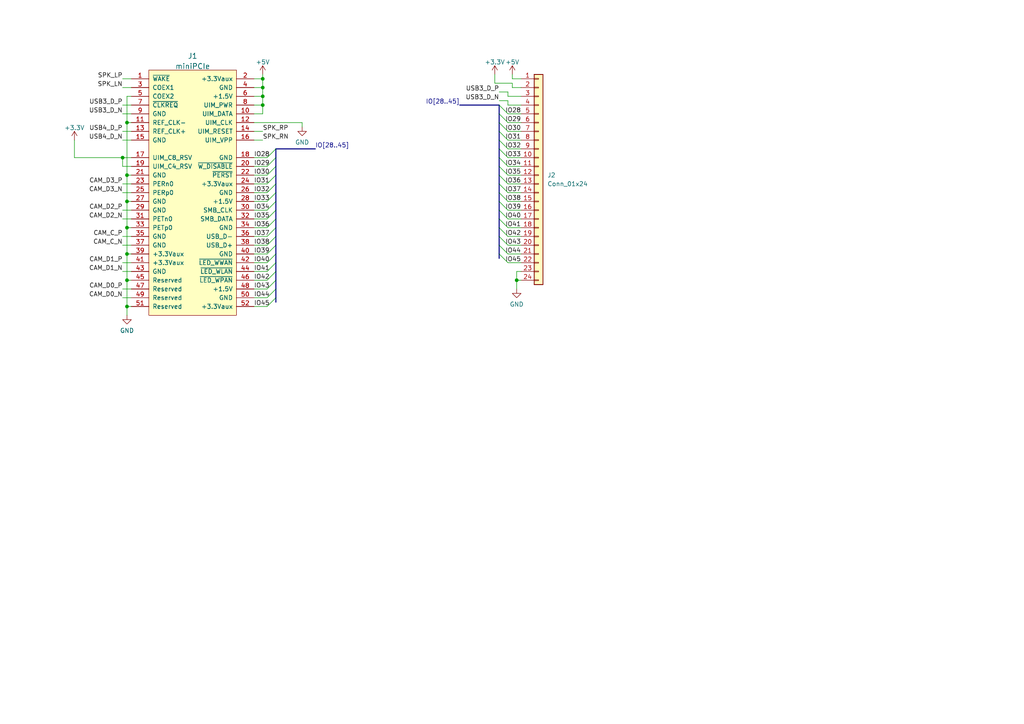
<source format=kicad_sch>
(kicad_sch (version 20211123) (generator eeschema)
  (paper "A4")
  (lib_symbols
    (symbol "Connector_Generic:Conn_01x24" (pin_names (offset 1.016) hide)
      (property "Reference" "J" (at 0 30.48 0))
      (property "Value" "Conn_01x24" (at 0 -33.02 0))
      (symbol "Conn_01x24_1_1"
        (rectangle (start -1.27 -30.353) (end 0 -30.607) (stroke (width 0.1524)))
        (rectangle (start -1.27 -27.813) (end 0 -28.067) (stroke (width 0.1524)))
        (rectangle (start -1.27 -25.273) (end 0 -25.527) (stroke (width 0.1524)))
        (rectangle (start -1.27 -22.733) (end 0 -22.987) (stroke (width 0.1524)))
        (rectangle (start -1.27 -20.193) (end 0 -20.447) (stroke (width 0.1524)))
        (rectangle (start -1.27 -17.653) (end 0 -17.907) (stroke (width 0.1524)))
        (rectangle (start -1.27 -15.113) (end 0 -15.367) (stroke (width 0.1524)))
        (rectangle (start -1.27 -12.573) (end 0 -12.827) (stroke (width 0.1524)))
        (rectangle (start -1.27 -10.033) (end 0 -10.287) (stroke (width 0.1524)))
        (rectangle (start -1.27 -7.493) (end 0 -7.747) (stroke (width 0.1524)))
        (rectangle (start -1.27 -4.953) (end 0 -5.207) (stroke (width 0.1524)))
        (rectangle (start -1.27 -2.413) (end 0 -2.667) (stroke (width 0.1524)))
        (rectangle (start -1.27 0.127) (end 0 -0.127) (stroke (width 0.1524)))
        (rectangle (start -1.27 2.667) (end 0 2.413) (stroke (width 0.1524)))
        (rectangle (start -1.27 5.207) (end 0 4.953) (stroke (width 0.1524)))
        (rectangle (start -1.27 7.747) (end 0 7.493) (stroke (width 0.1524)))
        (rectangle (start -1.27 10.287) (end 0 10.033) (stroke (width 0.1524)))
        (rectangle (start -1.27 12.827) (end 0 12.573) (stroke (width 0.1524)))
        (rectangle (start -1.27 15.367) (end 0 15.113) (stroke (width 0.1524)))
        (rectangle (start -1.27 17.907) (end 0 17.653) (stroke (width 0.1524)))
        (rectangle (start -1.27 20.447) (end 0 20.193) (stroke (width 0.1524)))
        (rectangle (start -1.27 22.987) (end 0 22.733) (stroke (width 0.1524)))
        (rectangle (start -1.27 25.527) (end 0 25.273) (stroke (width 0.1524)))
        (rectangle (start -1.27 28.067) (end 0 27.813) (stroke (width 0.1524)))
        (rectangle (start -1.27 29.21) (end 1.27 -31.75) (stroke (width 0.254)) (fill (type background)))
        (pin passive line (at -5.08 27.94 0) (length 3.81) (name "Pin_1") (number "1"))
        (pin passive line (at -5.08 5.08 0) (length 3.81) (name "Pin_10") (number "10"))
        (pin passive line (at -5.08 2.54 0) (length 3.81) (name "Pin_11") (number "11"))
        (pin passive line (at -5.08 0 0) (length 3.81) (name "Pin_12") (number "12"))
        (pin passive line (at -5.08 -2.54 0) (length 3.81) (name "Pin_13") (number "13"))
        (pin passive line (at -5.08 -5.08 0) (length 3.81) (name "Pin_14") (number "14"))
        (pin passive line (at -5.08 -7.62 0) (length 3.81) (name "Pin_15") (number "15"))
        (pin passive line (at -5.08 -10.16 0) (length 3.81) (name "Pin_16") (number "16"))
        (pin passive line (at -5.08 -12.7 0) (length 3.81) (name "Pin_17") (number "17"))
        (pin passive line (at -5.08 -15.24 0) (length 3.81) (name "Pin_18") (number "18"))
        (pin passive line (at -5.08 -17.78 0) (length 3.81) (name "Pin_19") (number "19"))
        (pin passive line (at -5.08 25.4 0) (length 3.81) (name "Pin_2") (number "2"))
        (pin passive line (at -5.08 -20.32 0) (length 3.81) (name "Pin_20") (number "20"))
        (pin passive line (at -5.08 -22.86 0) (length 3.81) (name "Pin_21") (number "21"))
        (pin passive line (at -5.08 -25.4 0) (length 3.81) (name "Pin_22") (number "22"))
        (pin passive line (at -5.08 -27.94 0) (length 3.81) (name "Pin_23") (number "23"))
        (pin passive line (at -5.08 -30.48 0) (length 3.81) (name "Pin_24") (number "24"))
        (pin passive line (at -5.08 22.86 0) (length 3.81) (name "Pin_3") (number "3"))
        (pin passive line (at -5.08 20.32 0) (length 3.81) (name "Pin_4") (number "4"))
        (pin passive line (at -5.08 17.78 0) (length 3.81) (name "Pin_5") (number "5"))
        (pin passive line (at -5.08 15.24 0) (length 3.81) (name "Pin_6") (number "6"))
        (pin passive line (at -5.08 12.7 0) (length 3.81) (name "Pin_7") (number "7"))
        (pin passive line (at -5.08 10.16 0) (length 3.81) (name "Pin_8") (number "8"))
        (pin passive line (at -5.08 7.62 0) (length 3.81) (name "Pin_9") (number "9"))
      )
    )
    (symbol "mpcie:miniPCIe" (pin_names (offset 1.016))
      (property "Reference" "J" (at 0 -38.1 0))
      (property "Value" "miniPCIe" (at 0 35.56 0))
      (symbol "miniPCIe_0_1"
        (rectangle (start -12.7 -36.83) (end 12.7 34.29) (fill (type background)))
      )
      (symbol "miniPCIe_1_1"
        (pin output line (at -17.78 31.75 0) (length 5.08) (name "~{WAKE}") (number "1"))
        (pin bidirectional line (at 17.78 21.59 180) (length 5.08) (name "UIM_DATA") (number "10"))
        (pin input line (at -17.78 19.05 0) (length 5.08) (name "REF_CLK-") (number "11"))
        (pin output line (at 17.78 19.05 180) (length 5.08) (name "UIM_CLK") (number "12"))
        (pin input line (at -17.78 16.51 0) (length 5.08) (name "REF_CLK+") (number "13"))
        (pin output line (at 17.78 16.51 180) (length 5.08) (name "UIM_RESET") (number "14"))
        (pin power_in line (at -17.78 13.97 0) (length 5.08) (name "GND") (number "15"))
        (pin power_out line (at 17.78 13.97 180) (length 5.08) (name "UIM_VPP") (number "16"))
        (pin input line (at -17.78 8.89 0) (length 5.08) (name "UIM_C8_RSV") (number "17"))
        (pin power_in line (at 17.78 8.89 180) (length 5.08) (name "GND") (number "18"))
        (pin input line (at -17.78 6.35 0) (length 5.08) (name "UIM_C4_RSV") (number "19"))
        (pin power_in line (at 17.78 31.75 180) (length 5.08) (name "+3.3Vaux") (number "2"))
        (pin input line (at 17.78 6.35 180) (length 5.08) (name "~{W_DISABLE}") (number "20"))
        (pin power_in line (at -17.78 3.81 0) (length 5.08) (name "GND") (number "21"))
        (pin input line (at 17.78 3.81 180) (length 5.08) (name "~{PERST}") (number "22"))
        (pin bidirectional line (at -17.78 1.27 0) (length 5.08) (name "PERn0") (number "23"))
        (pin power_in line (at 17.78 1.27 180) (length 5.08) (name "+3.3Vaux") (number "24"))
        (pin bidirectional line (at -17.78 -1.27 0) (length 5.08) (name "PERp0") (number "25"))
        (pin power_in line (at 17.78 -1.27 180) (length 5.08) (name "GND") (number "26"))
        (pin power_in line (at -17.78 -3.81 0) (length 5.08) (name "GND") (number "27"))
        (pin power_in line (at 17.78 -3.81 180) (length 5.08) (name "+1.5V") (number "28"))
        (pin power_in line (at -17.78 -6.35 0) (length 5.08) (name "GND") (number "29"))
        (pin unspecified line (at -17.78 29.21 0) (length 5.08) (name "COEX1") (number "3"))
        (pin input line (at 17.78 -6.35 180) (length 5.08) (name "SMB_CLK") (number "30"))
        (pin bidirectional line (at -17.78 -8.89 0) (length 5.08) (name "PETn0") (number "31"))
        (pin bidirectional line (at 17.78 -8.89 180) (length 5.08) (name "SMB_DATA") (number "32"))
        (pin bidirectional line (at -17.78 -11.43 0) (length 5.08) (name "PETp0") (number "33"))
        (pin power_in line (at 17.78 -11.43 180) (length 5.08) (name "GND") (number "34"))
        (pin power_in line (at -17.78 -13.97 0) (length 5.08) (name "GND") (number "35"))
        (pin bidirectional line (at 17.78 -13.97 180) (length 5.08) (name "USB_D-") (number "36"))
        (pin power_in line (at -17.78 -16.51 0) (length 5.08) (name "GND") (number "37"))
        (pin bidirectional line (at 17.78 -16.51 180) (length 5.08) (name "USB_D+") (number "38"))
        (pin power_in line (at -17.78 -19.05 0) (length 5.08) (name "+3.3Vaux") (number "39"))
        (pin power_in line (at 17.78 29.21 180) (length 5.08) (name "GND") (number "4"))
        (pin power_in line (at 17.78 -19.05 180) (length 5.08) (name "GND") (number "40"))
        (pin power_in line (at -17.78 -21.59 0) (length 5.08) (name "+3.3Vaux") (number "41"))
        (pin output line (at 17.78 -21.59 180) (length 5.08) (name "~{LED_WWAN}") (number "42"))
        (pin power_in line (at -17.78 -24.13 0) (length 5.08) (name "GND") (number "43"))
        (pin output line (at 17.78 -24.13 180) (length 5.08) (name "~{LED_WLAN}") (number "44"))
        (pin input line (at -17.78 -26.67 0) (length 5.08) (name "Reserved") (number "45"))
        (pin output line (at 17.78 -26.67 180) (length 5.08) (name "~{LED_WPAN}") (number "46"))
        (pin input line (at -17.78 -29.21 0) (length 5.08) (name "Reserved") (number "47"))
        (pin power_in line (at 17.78 -29.21 180) (length 5.08) (name "+1.5V") (number "48"))
        (pin input line (at -17.78 -31.75 0) (length 5.08) (name "Reserved") (number "49"))
        (pin unspecified line (at -17.78 26.67 0) (length 5.08) (name "COEX2") (number "5"))
        (pin power_in line (at 17.78 -31.75 180) (length 5.08) (name "GND") (number "50"))
        (pin input line (at -17.78 -34.29 0) (length 5.08) (name "Reserved") (number "51"))
        (pin power_in line (at 17.78 -34.29 180) (length 5.08) (name "+3.3Vaux") (number "52"))
        (pin power_in line (at 17.78 26.67 180) (length 5.08) (name "+1.5V") (number "6"))
        (pin output line (at -17.78 24.13 0) (length 5.08) (name "~{CLKREQ}") (number "7"))
        (pin power_out line (at 17.78 24.13 180) (length 5.08) (name "UIM_PWR") (number "8"))
        (pin power_in line (at -17.78 21.59 0) (length 5.08) (name "GND") (number "9"))
      )
    )
    (symbol "power:+3.3V" (power) (pin_names (offset 0))
      (property "Value" "+3.3V" (at 0 3.556 0))
      (symbol "+3.3V_0_1"
        (polyline (pts (xy -0.762 1.27) (xy 0 2.54)))
        (polyline (pts (xy 0 0) (xy 0 2.54)))
        (polyline (pts (xy 0 2.54) (xy 0.762 1.27)))
      )
      (symbol "+3.3V_1_1"
        (pin power_in line (at 0 0 90) (length 0) hide (name "+3.3V") (number "1"))
      )
    )
    (symbol "power:+5V" (power) (pin_names (offset 0))
      (property "Value" "+5V" (at 0 3.556 0))
      (symbol "+5V_0_1"
        (polyline (pts (xy -0.762 1.27) (xy 0 2.54)))
        (polyline (pts (xy 0 0) (xy 0 2.54)))
        (polyline (pts (xy 0 2.54) (xy 0.762 1.27)))
      )
      (symbol "+5V_1_1"
        (pin power_in line (at 0 0 90) (length 0) hide (name "+5V") (number "1"))
      )
    )
    (symbol "power:GND" (power) (pin_names (offset 0))
      (property "Value" "GND" (at 0 -3.81 0))
      (symbol "GND_0_1"
        (polyline (pts (xy 0 0) (xy 0 -1.27) (xy 1.27 -1.27) (xy 0 -2.54) (xy -1.27 -1.27) (xy 0 -1.27)))
      )
      (symbol "GND_1_1"
        (pin power_in line (at 0 0 270) (length 0) hide (name "GND") (number "1"))
      )
    )
  )
  (junction (at 36.83 73.66))
  (junction (at 35.56 45.72))
  (junction (at 36.83 58.42))
  (junction (at 36.83 35.56))
  (junction (at 76.2 30.48))
  (junction (at 76.2 25.4))
  (junction (at 149.86 81.28))
  (junction (at 76.2 27.94))
  (junction (at 36.83 50.8))
  (junction (at 36.83 66.04))
  (junction (at 36.83 81.28))
  (junction (at 76.2 22.86))
  (junction (at 36.83 88.9))
  (bus_entry (at 144.78 71.12) (size 2.54 2.54))
  (bus_entry (at 80.01 58.42) (size -2.54 2.54))
  (bus_entry (at 80.01 76.2) (size -2.54 2.54))
  (bus_entry (at 144.78 30.48) (size 2.54 2.54))
  (bus_entry (at 80.01 83.82) (size -2.54 2.54))
  (bus_entry (at 144.78 35.56) (size 2.54 2.54))
  (bus_entry (at 144.78 58.42) (size 2.54 2.54))
  (bus_entry (at 80.01 53.34) (size -2.54 2.54))
  (bus_entry (at 144.78 53.34) (size 2.54 2.54))
  (bus_entry (at 80.01 68.58) (size -2.54 2.54))
  (bus_entry (at 144.78 38.1) (size 2.54 2.54))
  (bus_entry (at 80.01 81.28) (size -2.54 2.54))
  (bus_entry (at 80.01 71.12) (size -2.54 2.54))
  (bus_entry (at 144.78 63.5) (size 2.54 2.54))
  (bus_entry (at 80.01 45.72) (size -2.54 2.54))
  (bus_entry (at 144.78 55.88) (size 2.54 2.54))
  (bus_entry (at 144.78 60.96) (size 2.54 2.54))
  (bus_entry (at 80.01 48.26) (size -2.54 2.54))
  (bus_entry (at 144.78 66.04) (size 2.54 2.54))
  (bus_entry (at 144.78 50.8) (size 2.54 2.54))
  (bus_entry (at 144.78 43.18) (size 2.54 2.54))
  (bus_entry (at 80.01 55.88) (size -2.54 2.54))
  (bus_entry (at 80.01 66.04) (size -2.54 2.54))
  (bus_entry (at 144.78 73.66) (size 2.54 2.54))
  (bus_entry (at 80.01 78.74) (size -2.54 2.54))
  (bus_entry (at 80.01 60.96) (size -2.54 2.54))
  (bus_entry (at 80.01 50.8) (size -2.54 2.54))
  (bus_entry (at 80.01 73.66) (size -2.54 2.54))
  (bus_entry (at 80.01 63.5) (size -2.54 2.54))
  (bus_entry (at 80.01 43.18) (size -2.54 2.54))
  (bus_entry (at 80.01 86.36) (size -2.54 2.54))
  (bus_entry (at 144.78 68.58) (size 2.54 2.54))
  (bus_entry (at 144.78 48.26) (size 2.54 2.54))
  (bus_entry (at 144.78 40.64) (size 2.54 2.54))
  (bus_entry (at 144.78 33.02) (size 2.54 2.54))
  (bus_entry (at 144.78 45.72) (size 2.54 2.54))
  (wire (pts (xy 36.83 27.94) (xy 36.83 35.56)))
  (wire (pts (xy 36.83 58.42) (xy 38.1 58.42)))
  (bus (pts (xy 144.78 40.64) (xy 144.78 43.18)))
  (wire (pts (xy 147.32 29.21) (xy 147.32 30.48)))
  (wire (pts (xy 151.13 40.64) (xy 147.32 40.64)))
  (wire (pts (xy 36.83 58.42) (xy 36.83 66.04)))
  (bus (pts (xy 144.78 73.66) (xy 144.78 74.93)))
  (wire (pts (xy 35.56 40.64) (xy 38.1 40.64)))
  (wire (pts (xy 73.66 38.1) (xy 76.2 38.1)))
  (bus (pts (xy 144.78 45.72) (xy 144.78 48.26)))
  (wire (pts (xy 73.66 66.04) (xy 77.47 66.04)))
  (bus (pts (xy 144.78 50.8) (xy 144.78 53.34)))
  (wire (pts (xy 76.2 30.48) (xy 76.2 27.94)))
  (wire (pts (xy 73.66 76.2) (xy 77.47 76.2)))
  (wire (pts (xy 151.13 43.18) (xy 147.32 43.18)))
  (wire (pts (xy 151.13 76.2) (xy 147.32 76.2)))
  (wire (pts (xy 151.13 71.12) (xy 147.32 71.12)))
  (bus (pts (xy 80.01 63.5) (xy 80.01 66.04)))
  (wire (pts (xy 36.83 88.9) (xy 36.83 91.44)))
  (wire (pts (xy 148.59 25.4) (xy 151.13 25.4)))
  (bus (pts (xy 144.78 38.1) (xy 144.78 40.64)))
  (wire (pts (xy 35.56 55.88) (xy 38.1 55.88)))
  (wire (pts (xy 73.66 45.72) (xy 77.47 45.72)))
  (bus (pts (xy 80.01 55.88) (xy 80.01 58.42)))
  (wire (pts (xy 73.66 60.96) (xy 77.47 60.96)))
  (wire (pts (xy 35.56 71.12) (xy 38.1 71.12)))
  (wire (pts (xy 73.66 86.36) (xy 77.47 86.36)))
  (wire (pts (xy 73.66 78.74) (xy 77.47 78.74)))
  (wire (pts (xy 151.13 35.56) (xy 147.32 35.56)))
  (bus (pts (xy 80.01 48.26) (xy 80.01 50.8)))
  (wire (pts (xy 151.13 48.26) (xy 147.32 48.26)))
  (wire (pts (xy 151.13 58.42) (xy 147.32 58.42)))
  (wire (pts (xy 73.66 22.86) (xy 76.2 22.86)))
  (wire (pts (xy 35.56 63.5) (xy 38.1 63.5)))
  (wire (pts (xy 73.66 81.28) (xy 77.47 81.28)))
  (wire (pts (xy 35.56 30.48) (xy 38.1 30.48)))
  (bus (pts (xy 144.78 48.26) (xy 144.78 50.8)))
  (wire (pts (xy 73.66 33.02) (xy 76.2 33.02)))
  (wire (pts (xy 151.13 33.02) (xy 147.32 33.02)))
  (wire (pts (xy 73.66 40.64) (xy 76.2 40.64)))
  (wire (pts (xy 76.2 25.4) (xy 76.2 22.86)))
  (bus (pts (xy 80.01 73.66) (xy 80.01 76.2)))
  (wire (pts (xy 35.56 76.2) (xy 38.1 76.2)))
  (wire (pts (xy 73.66 35.56) (xy 87.63 35.56)))
  (bus (pts (xy 80.01 76.2) (xy 80.01 78.74)))
  (wire (pts (xy 73.66 63.5) (xy 77.47 63.5)))
  (wire (pts (xy 36.83 81.28) (xy 36.83 88.9)))
  (wire (pts (xy 36.83 50.8) (xy 36.83 58.42)))
  (wire (pts (xy 144.78 26.67) (xy 147.32 26.67)))
  (wire (pts (xy 35.56 45.72) (xy 38.1 45.72)))
  (bus (pts (xy 144.78 30.48) (xy 144.78 33.02)))
  (bus (pts (xy 80.01 78.74) (xy 80.01 81.28)))
  (bus (pts (xy 91.44 43.18) (xy 80.01 43.18)))
  (wire (pts (xy 147.32 27.94) (xy 151.13 27.94)))
  (wire (pts (xy 73.66 30.48) (xy 76.2 30.48)))
  (bus (pts (xy 80.01 58.42) (xy 80.01 60.96)))
  (bus (pts (xy 144.78 43.18) (xy 144.78 45.72)))
  (wire (pts (xy 151.13 78.74) (xy 149.86 78.74)))
  (bus (pts (xy 144.78 71.12) (xy 144.78 73.66)))
  (wire (pts (xy 148.59 24.13) (xy 148.59 25.4)))
  (wire (pts (xy 73.66 48.26) (xy 77.47 48.26)))
  (wire (pts (xy 36.83 35.56) (xy 36.83 50.8)))
  (wire (pts (xy 87.63 35.56) (xy 87.63 36.83)))
  (wire (pts (xy 147.32 30.48) (xy 151.13 30.48)))
  (wire (pts (xy 76.2 33.02) (xy 76.2 30.48)))
  (bus (pts (xy 144.78 60.96) (xy 144.78 63.5)))
  (wire (pts (xy 36.83 73.66) (xy 38.1 73.66)))
  (bus (pts (xy 80.01 71.12) (xy 80.01 73.66)))
  (wire (pts (xy 73.66 25.4) (xy 76.2 25.4)))
  (wire (pts (xy 151.13 60.96) (xy 147.32 60.96)))
  (wire (pts (xy 151.13 53.34) (xy 147.32 53.34)))
  (wire (pts (xy 143.51 24.13) (xy 148.59 24.13)))
  (wire (pts (xy 149.86 81.28) (xy 149.86 83.82)))
  (wire (pts (xy 38.1 27.94) (xy 36.83 27.94)))
  (wire (pts (xy 21.59 40.64) (xy 21.59 45.72)))
  (wire (pts (xy 151.13 45.72) (xy 147.32 45.72)))
  (wire (pts (xy 35.56 22.86) (xy 38.1 22.86)))
  (bus (pts (xy 80.01 53.34) (xy 80.01 55.88)))
  (wire (pts (xy 36.83 66.04) (xy 36.83 73.66)))
  (bus (pts (xy 144.78 68.58) (xy 144.78 71.12)))
  (wire (pts (xy 35.56 38.1) (xy 38.1 38.1)))
  (wire (pts (xy 73.66 50.8) (xy 77.47 50.8)))
  (bus (pts (xy 144.78 33.02) (xy 144.78 35.56)))
  (wire (pts (xy 76.2 22.86) (xy 76.2 21.59)))
  (bus (pts (xy 80.01 86.36) (xy 80.01 87.63)))
  (wire (pts (xy 35.56 68.58) (xy 38.1 68.58)))
  (wire (pts (xy 35.56 83.82) (xy 38.1 83.82)))
  (wire (pts (xy 147.32 26.67) (xy 147.32 27.94)))
  (bus (pts (xy 133.35 30.48) (xy 144.78 30.48)))
  (bus (pts (xy 144.78 63.5) (xy 144.78 66.04)))
  (wire (pts (xy 21.59 45.72) (xy 35.56 45.72)))
  (bus (pts (xy 80.01 50.8) (xy 80.01 53.34)))
  (bus (pts (xy 80.01 81.28) (xy 80.01 83.82)))
  (wire (pts (xy 144.78 29.21) (xy 147.32 29.21)))
  (wire (pts (xy 36.83 50.8) (xy 38.1 50.8)))
  (wire (pts (xy 35.56 78.74) (xy 38.1 78.74)))
  (wire (pts (xy 73.66 58.42) (xy 77.47 58.42)))
  (wire (pts (xy 151.13 50.8) (xy 147.32 50.8)))
  (wire (pts (xy 73.66 71.12) (xy 77.47 71.12)))
  (wire (pts (xy 35.56 60.96) (xy 38.1 60.96)))
  (bus (pts (xy 144.78 35.56) (xy 144.78 38.1)))
  (wire (pts (xy 36.83 73.66) (xy 36.83 81.28)))
  (bus (pts (xy 80.01 43.18) (xy 80.01 45.72)))
  (wire (pts (xy 151.13 38.1) (xy 147.32 38.1)))
  (bus (pts (xy 80.01 66.04) (xy 80.01 68.58)))
  (bus (pts (xy 144.78 53.34) (xy 144.78 55.88)))
  (wire (pts (xy 143.51 21.59) (xy 143.51 24.13)))
  (wire (pts (xy 73.66 68.58) (xy 77.47 68.58)))
  (wire (pts (xy 35.56 45.72) (xy 35.56 48.26)))
  (bus (pts (xy 144.78 58.42) (xy 144.78 60.96)))
  (bus (pts (xy 144.78 55.88) (xy 144.78 58.42)))
  (wire (pts (xy 151.13 81.28) (xy 149.86 81.28)))
  (wire (pts (xy 73.66 83.82) (xy 77.47 83.82)))
  (wire (pts (xy 73.66 88.9) (xy 77.47 88.9)))
  (wire (pts (xy 35.56 53.34) (xy 38.1 53.34)))
  (wire (pts (xy 35.56 86.36) (xy 38.1 86.36)))
  (bus (pts (xy 80.01 68.58) (xy 80.01 71.12)))
  (wire (pts (xy 148.59 22.86) (xy 151.13 22.86)))
  (wire (pts (xy 35.56 33.02) (xy 38.1 33.02)))
  (wire (pts (xy 76.2 27.94) (xy 76.2 25.4)))
  (bus (pts (xy 80.01 45.72) (xy 80.01 48.26)))
  (wire (pts (xy 73.66 27.94) (xy 76.2 27.94)))
  (bus (pts (xy 144.78 66.04) (xy 144.78 68.58)))
  (wire (pts (xy 35.56 48.26) (xy 38.1 48.26)))
  (wire (pts (xy 151.13 55.88) (xy 147.32 55.88)))
  (wire (pts (xy 149.86 78.74) (xy 149.86 81.28)))
  (wire (pts (xy 151.13 73.66) (xy 147.32 73.66)))
  (wire (pts (xy 36.83 81.28) (xy 38.1 81.28)))
  (wire (pts (xy 36.83 66.04) (xy 38.1 66.04)))
  (wire (pts (xy 151.13 63.5) (xy 147.32 63.5)))
  (wire (pts (xy 36.83 88.9) (xy 38.1 88.9)))
  (wire (pts (xy 73.66 53.34) (xy 77.47 53.34)))
  (wire (pts (xy 38.1 35.56) (xy 36.83 35.56)))
  (wire (pts (xy 35.56 25.4) (xy 38.1 25.4)))
  (bus (pts (xy 80.01 60.96) (xy 80.01 63.5)))
  (wire (pts (xy 73.66 73.66) (xy 77.47 73.66)))
  (wire (pts (xy 73.66 55.88) (xy 77.47 55.88)))
  (bus (pts (xy 80.01 83.82) (xy 80.01 86.36)))
  (wire (pts (xy 151.13 68.58) (xy 147.32 68.58)))
  (wire (pts (xy 148.59 21.59) (xy 148.59 22.86)))
  (wire (pts (xy 151.13 66.04) (xy 147.32 66.04)))
  (label "IO35" (at 73.66 63.5 0))
  (label "IO39" (at 73.66 73.66 0))
  (label "CAM_D0_P" (at 35.56 83.82 180))
  (label "USB3_D_N" (at 35.56 33.02 180))
  (label "IO38" (at 73.66 71.12 0))
  (label "IO38" (at 151.13 58.42 180))
  (label "IO34" (at 151.13 48.26 180))
  (label "IO[28..45]" (at 133.35 30.48 180))
  (label "IO31" (at 151.13 40.64 180))
  (label "IO42" (at 73.66 81.28 0))
  (label "SPK_RP" (at 76.2 38.1 0))
  (label "IO41" (at 151.13 66.04 180))
  (label "IO44" (at 73.66 86.36 0))
  (label "CAM_D0_N" (at 35.56 86.36 180))
  (label "IO30" (at 73.66 50.8 0))
  (label "IO45" (at 73.66 88.9 0))
  (label "CAM_D2_N" (at 35.56 63.5 180))
  (label "IO32" (at 151.13 43.18 180))
  (label "IO43" (at 73.66 83.82 0))
  (label "IO28" (at 73.66 45.72 0))
  (label "IO28" (at 151.13 33.02 180))
  (label "CAM_D3_P" (at 35.56 53.34 180))
  (label "IO40" (at 73.66 76.2 0))
  (label "IO41" (at 73.66 78.74 0))
  (label "IO29" (at 151.13 35.56 180))
  (label "SPK_RN" (at 76.2 40.64 0))
  (label "IO35" (at 151.13 50.8 180))
  (label "IO33" (at 151.13 45.72 180))
  (label "IO31" (at 73.66 53.34 0))
  (label "USB4_D_P" (at 35.56 38.1 180))
  (label "IO44" (at 151.13 73.66 180))
  (label "CAM_C_P" (at 35.56 68.58 180))
  (label "USB3_D_P" (at 35.56 30.48 180))
  (label "IO43" (at 151.13 71.12 180))
  (label "IO30" (at 151.13 38.1 180))
  (label "IO42" (at 151.13 68.58 180))
  (label "IO37" (at 73.66 68.58 0))
  (label "USB3_D_N" (at 144.78 29.21 180))
  (label "CAM_D3_N" (at 35.56 55.88 180))
  (label "CAM_D2_P" (at 35.56 60.96 180))
  (label "IO33" (at 73.66 58.42 0))
  (label "IO29" (at 73.66 48.26 0))
  (label "IO37" (at 151.13 55.88 180))
  (label "SPK_LP" (at 35.56 22.86 180))
  (label "CAM_D1_N" (at 35.56 78.74 180))
  (label "CAM_C_N" (at 35.56 71.12 180))
  (label "SPK_LN" (at 35.56 25.4 180))
  (label "IO34" (at 73.66 60.96 0))
  (label "USB3_D_P" (at 144.78 26.67 180))
  (label "CAM_D1_P" (at 35.56 76.2 180))
  (label "IO[28..45]" (at 91.44 43.18 0))
  (label "USB4_D_N" (at 35.56 40.64 180))
  (label "IO32" (at 73.66 55.88 0))
  (label "IO40" (at 151.13 63.5 180))
  (label "IO39" (at 151.13 60.96 180))
  (label "IO36" (at 151.13 53.34 180))
  (label "IO36" (at 73.66 66.04 0))
  (label "IO45" (at 151.13 76.2 180))
  (symbol (lib_id "power:+3.3V") (at 143.51 21.59 0) (unit 1)
    (property "Reference" "#PWR0107" (effects hide))
    (property "Value" "+3.3V" (at 143.51 18.0142 0))
  )
  (symbol (lib_id "power:+3.3V") (at 21.59 40.64 0) (unit 1)
    (property "Reference" "#PWR0103" (effects hide))
    (property "Value" "+3.3V" (at 21.59 37.0642 0))
  )
  (symbol (lib_id "power:GND") (at 87.63 36.83 0) (unit 1)
    (property "Reference" "#PWR0102" (effects hide))
    (property "Value" "GND" (at 87.63 41.2734 0))
  )
  (symbol (lib_id "power:+5V") (at 148.59 21.59 0) (unit 1)
    (property "Reference" "#PWR0106" (effects hide))
    (property "Value" "+5V" (at 148.59 18.0142 0))
  )
  (symbol (lib_id "Connector_Generic:Conn_01x24") (at 156.21 50.8 0) (unit 1)
    (property "Reference" "J2" (at 158.75 50.7999 0) (effects (justify left)))
    (property "Value" "Conn_01x24" (at 158.75 53.3399 0) (effects (justify left)))
    (property "Footprint" "PrototypeBoard:PrototypeBoard" (effects hide))
  )
  (symbol (lib_id "power:+5V") (at 76.2 21.59 0) (unit 1)
    (property "Reference" "#PWR0101" (effects hide))
    (property "Value" "+5V" (at 76.2 18.0142 0))
  )
  (symbol (lib_id "mpcie:miniPCIe") (at 55.88 54.61 0) (unit 1)
    (property "Reference" "J1" (at 55.88 16.2359 0) (effects (font (size 1.524 1.524))))
    (property "Value" "miniPCIe" (at 55.88 19.2293 0) (effects (font (size 1.524 1.524))))
    (property "Footprint" "mpcie:mini-PCIe" (effects hide))
    (property "Datasheet" "https://pcisig.com/specifications/pciexpress/base" (effects hide))
  )
  (symbol (lib_id "power:GND") (at 36.83 91.44 0) (unit 1)
    (property "Reference" "#PWR0104" (effects hide))
    (property "Value" "GND" (at 36.83 95.8834 0))
  )
  (symbol (lib_id "power:GND") (at 149.86 83.82 0) (unit 1)
    (property "Reference" "#PWR0105" (effects hide))
    (property "Value" "GND" (at 149.86 88.2634 0))
  )
)
</source>
